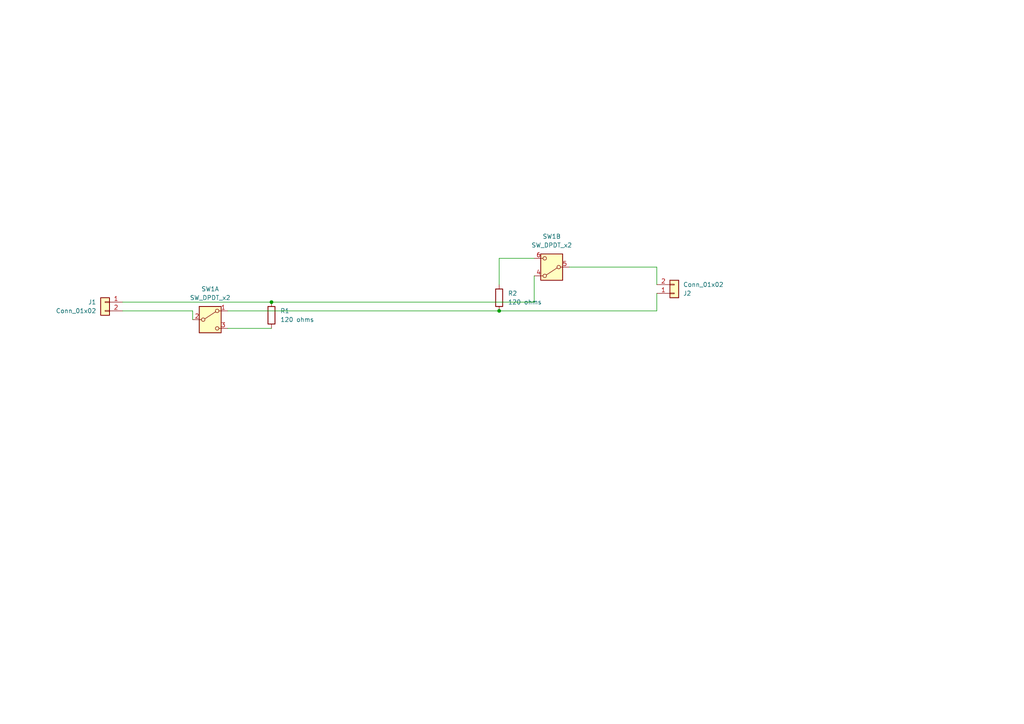
<source format=kicad_sch>
(kicad_sch (version 20250114) (generator "eeschema") (generator_version "9.0")
  (paper "A4")
  (lib_symbols
    (symbol "Connector_Generic:Conn_01x02" (pin_names (offset 1.016) (hide yes))
      (property "Reference" "J" (at 0 2.54 0))
      (property "Value" "Conn_01x02" (at 0 -5.08 0))
      (symbol "Conn_01x02_1_1"
        (rectangle (start -1.27 1.27) (end 1.27 -3.81) (stroke (width 0.254)) (fill (type background)))
        (rectangle (start -1.27 0.127) (end 0 -0.127) (stroke (width 0.1524)))
        (rectangle (start -1.27 -2.413) (end 0 -2.667) (stroke (width 0.1524)))
        (pin passive line (at -5.08 0 0) (length 3.81) (name "Pin_1") (number "1"))
        (pin passive line (at -5.08 -2.54 0) (length 3.81) (name "Pin_2") (number "2"))
      )
    )
    (symbol "Device:R" (pin_numbers (hide yes)) (pin_names (offset 0))
      (property "Reference" "R" (at 2.032 0 90))
      (property "Value" "R" (at 0 0 90))
      (symbol "R_0_1"
        (rectangle (start -1.016 -2.54) (end 1.016 2.54) (stroke (width 0.254)))
      )
      (symbol "R_1_1"
        (pin passive line (at 0 3.81 270) (length 1.27) (name "~") (number "1"))
        (pin passive line (at 0 -3.81 90) (length 1.27) (name "~") (number "2"))
      )
    )
    (symbol "Switch:SW_DPDT_x2" (pin_names (offset 0) (hide yes))
      (property "Reference" "SW" (at 0 5.08 0))
      (property "Value" "SW_DPDT_x2" (at 0 -5.08 0))
      (symbol "SW_DPDT_x2_0_0"
        (circle (center -2.032 0) (radius 0.508))
        (circle (center 2.032 -2.54) (radius 0.508))
      )
      (symbol "SW_DPDT_x2_0_1"
        (rectangle (start -3.175 3.81) (end 3.175 -3.81) (stroke (width 0.254)) (fill (type background)))
        (polyline (pts (xy -1.524 0.254) (xy 1.5748 2.286)))
        (circle (center 2.032 2.54) (radius 0.508))
      )
      (symbol "SW_DPDT_x2_1_1"
        (pin passive line (at -5.08 0 0) (length 2.54) (name "B") (number "2"))
        (pin passive line (at 5.08 2.54 180) (length 2.54) (name "A") (number "1"))
        (pin passive line (at 5.08 -2.54 180) (length 2.54) (name "C") (number "3"))
      )
      (symbol "SW_DPDT_x2_2_1"
        (pin passive line (at -5.08 0 0) (length 2.54) (name "B") (number "5"))
        (pin passive line (at 5.08 2.54 180) (length 2.54) (name "A") (number "4"))
        (pin passive line (at 5.08 -2.54 180) (length 2.54) (name "C") (number "6"))
      )
    )
  )
  (junction (at 144.78 90.17))
  (junction (at 78.74 87.63))
  (wire (pts (xy 144.78 74.93) (xy 154.94 74.93)))
  (wire (pts (xy 66.04 90.17) (xy 144.78 90.17)))
  (wire (pts (xy 66.04 95.25) (xy 78.74 95.25)))
  (wire (pts (xy 154.94 87.63) (xy 154.94 80.01)))
  (wire (pts (xy 190.5 77.47) (xy 165.1 77.47)))
  (wire (pts (xy 144.78 90.17) (xy 190.5 90.17)))
  (wire (pts (xy 144.78 82.55) (xy 144.78 74.93)))
  (wire (pts (xy 35.56 90.17) (xy 55.88 90.17)))
  (wire (pts (xy 190.5 90.17) (xy 190.5 85.09)))
  (wire (pts (xy 78.74 87.63) (xy 154.94 87.63)))
  (wire (pts (xy 190.5 82.55) (xy 190.5 77.47)))
  (wire (pts (xy 35.56 87.63) (xy 78.74 87.63)))
  (wire (pts (xy 55.88 90.17) (xy 55.88 92.71)))
  (symbol (lib_id "Switch:SW_DPDT_x2") (at 160.02 77.47 180) (unit 2)
    (property "Reference" "SW1" (at 160.02 68.58 0))
    (property "Value" "SW_DPDT_x2" (at 160.02 71.12 0))
    (property "Footprint" "Library:SW_TL2201EEYA_EWI" (effects (hide yes)))
    (property "Description" "Switch, dual pole double throw, separate symbols" (effects (hide yes)))
  )
  (symbol (lib_id "Switch:SW_DPDT_x2") (at 60.96 92.71 0) (unit 1)
    (property "Reference" "SW1" (at 60.96 83.82 0))
    (property "Value" "SW_DPDT_x2" (at 60.96 86.36 0))
    (property "Footprint" "Library:SW_TL2201EEYA_EWI" (effects (hide yes)))
    (property "Description" "Switch, dual pole double throw, separate symbols" (effects (hide yes)))
  )
  (symbol (lib_id "Device:R") (at 78.74 91.44 0) (unit 1)
    (property "Reference" "R1" (at 81.28 90.1699 0) (effects (justify left)))
    (property "Value" "120 ohms" (at 81.28 92.7099 0) (effects (justify left)))
    (property "Footprint" "Resistor_SMD:R_0603_1608Metric" (effects (hide yes)))
    (property "Description" "Resistor" (effects (hide yes)))
  )
  (symbol (lib_id "Device:R") (at 144.78 86.36 0) (unit 1)
    (property "Reference" "R2" (at 147.32 85.0899 0) (effects (justify left)))
    (property "Value" "120 ohms" (at 147.32 87.6299 0) (effects (justify left)))
    (property "Footprint" "Resistor_SMD:R_0603_1608Metric" (effects (hide yes)))
    (property "Description" "Resistor" (effects (hide yes)))
  )
  (symbol (lib_id "Connector_Generic:Conn_01x02") (at 30.48 87.63 0) (mirror y) (unit 1)
    (property "Reference" "J1" (at 27.94 87.6299 0) (effects (justify left)))
    (property "Value" "Conn_01x02" (at 27.94 90.1699 0) (effects (justify left)))
    (property "Footprint" "TerminalBlock_WAGO:TerminalBlock_WAGO_2601-1102_1x02_P3.50mm_Horizontal" (effects (hide yes)))
    (property "Description" "Generic connector, single row, 01x02, script generated (kicad-library-utils/schlib/autogen/connector/)" (effects (hide yes)))
  )
  (symbol (lib_id "Connector_Generic:Conn_01x02") (at 195.58 85.09 0) (mirror x) (unit 1)
    (property "Reference" "J2" (at 198.12 85.0901 0) (effects (justify left)))
    (property "Value" "Conn_01x02" (at 198.12 82.5501 0) (effects (justify left)))
    (property "Footprint" "TerminalBlock_WAGO:TerminalBlock_WAGO_2601-1102_1x02_P3.50mm_Horizontal" (effects (hide yes)))
    (property "Description" "Generic connector, single row, 01x02, script generated (kicad-library-utils/schlib/autogen/connector/)" (effects (hide yes)))
  )
)
</source>
